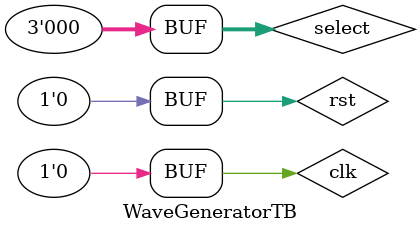
<source format=v>
`timescale 1ns/1ns;

module ring_oscillator#(parameter number_of_inverters = 5, parameter delay = 10) (input rst, output out);
        
        reg w[0:number_of_inverters - 1];
        integer i;
        always @* begin
            if(rst)
                w[0] = 1'b0;
            else 
            begin 
                for (i = 0; i < number_of_inverters ; i = i + 1)
                    #delay w[(i + 1) % number_of_inverters] <= ~w[i];
            end
        end
        assign out = w[0];
endmodule

module WaveGeneratorTB();
  
    wire [7:0] out;
    reg clk, rst;
    reg [2:0] select;
    
    WaveformGenerator UUT(.clk(clk), .rst(rst), .sel(select), .out(out));
    
    initial begin
        rst = 1; #5;
        clk = 1; #10;
        rst = 0; #5;
        clk = 0;
        select = 3'b000;
        repeat(8) begin
          repeat(2048) begin
              clk = 1; #20;
              clk = 0; #20;  
          end
          
          select = select + 3'b001;  
        end
    end
endmodule

</source>
